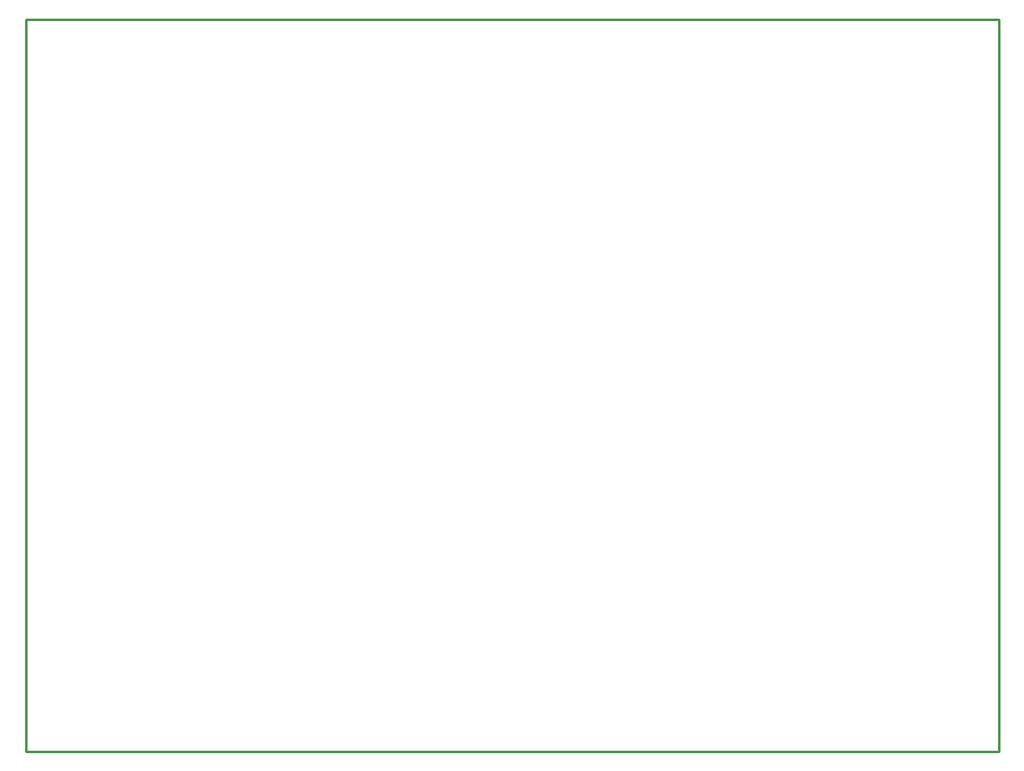
<source format=gko>
G04 Layer: BoardOutline*
G04 EasyEDA v5.9.42, Mon, 25 Mar 2019 10:54:48 GMT*
G04 9ec46c63b194450d96f21d754a7bc232*
G04 Gerber Generator version 0.2*
G04 Scale: 100 percent, Rotated: No, Reflected: No *
G04 Dimensions in inches *
G04 leading zeros omitted , absolute positions ,2 integer and 4 decimal *
%FSLAX24Y24*%
%MOIN*%
G90*
G70D02*

%ADD10C,0.010000*%
G54D10*
G01X0Y30100D02*
G01X40000Y30100D01*
G01X40000Y0D01*
G01X0Y0D01*
G01X0Y30100D01*

%LPD*%
M00*
M02*

</source>
